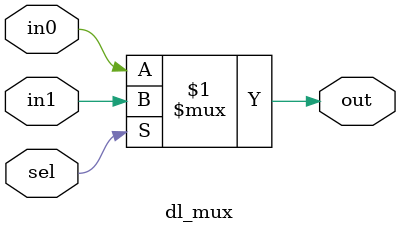
<source format=v>
/*  
    Filename: dl_mux.v

    Paramterized 2-to-1 multiplexer implementation.
*/
//--------------------------------------------------------------

module dl_mux
#(
    parameter   NUM_BITS = 1
)(
    input  wire [NUM_BITS-1:0]  in0,
    input  wire [NUM_BITS-1:0]  in1,
    input  wire                 sel,
    output wire [NUM_BITS-1:0]  out
);

    assign out = sel ? in1 : in0;

endmodule
</source>
